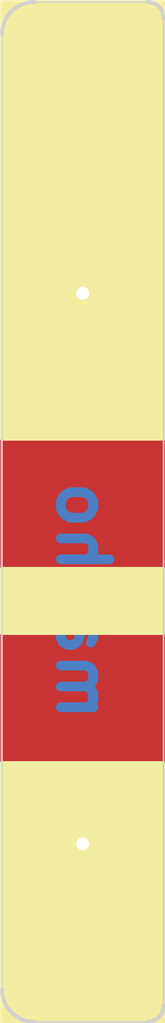
<source format=kicad_pcb>
(kicad_pcb (version 20171130) (host pcbnew "(5.1.5)-2")

  (general
    (thickness 1.6)
    (drawings 20)
    (tracks 6)
    (zones 0)
    (modules 0)
    (nets 1)
  )

  (page A4)
  (layers
    (0 F.Cu signal)
    (31 B.Cu signal)
    (32 B.Adhes user)
    (33 F.Adhes user)
    (34 B.Paste user)
    (35 F.Paste user)
    (36 B.SilkS user)
    (37 F.SilkS user)
    (38 B.Mask user)
    (39 F.Mask user)
    (40 Dwgs.User user)
    (41 Cmts.User user)
    (42 Eco1.User user)
    (43 Eco2.User user)
    (44 Edge.Cuts user)
    (45 Margin user)
    (46 B.CrtYd user)
    (47 F.CrtYd user)
    (48 B.Fab user)
    (49 F.Fab user)
  )

  (setup
    (last_trace_width 0.25)
    (trace_clearance 0.2)
    (zone_clearance 0.508)
    (zone_45_only no)
    (trace_min 0.2)
    (via_size 0.8)
    (via_drill 0.4)
    (via_min_size 0.4)
    (via_min_drill 0.3)
    (uvia_size 0.3)
    (uvia_drill 0.1)
    (uvias_allowed no)
    (uvia_min_size 0.2)
    (uvia_min_drill 0.1)
    (edge_width 0.05)
    (segment_width 0.2)
    (pcb_text_width 0.3)
    (pcb_text_size 1.5 1.5)
    (mod_edge_width 0.12)
    (mod_text_size 1 1)
    (mod_text_width 0.15)
    (pad_size 1.524 1.524)
    (pad_drill 0.762)
    (pad_to_mask_clearance 0.051)
    (solder_mask_min_width 0.25)
    (aux_axis_origin 0 0)
    (visible_elements 7FFFFFFF)
    (pcbplotparams
      (layerselection 0x010f0_ffffffff)
      (usegerberextensions true)
      (usegerberattributes false)
      (usegerberadvancedattributes false)
      (creategerberjobfile false)
      (excludeedgelayer true)
      (linewidth 0.150000)
      (plotframeref false)
      (viasonmask false)
      (mode 1)
      (useauxorigin false)
      (hpglpennumber 1)
      (hpglpenspeed 20)
      (hpglpendiameter 15.000000)
      (psnegative false)
      (psa4output false)
      (plotreference true)
      (plotvalue true)
      (plotinvisibletext false)
      (padsonsilk false)
      (subtractmaskfromsilk false)
      (outputformat 1)
      (mirror false)
      (drillshape 0)
      (scaleselection 1)
      (outputdirectory "gerbers/"))
  )

  (net 0 "")

  (net_class Default "This is the default net class."
    (clearance 0.2)
    (trace_width 0.25)
    (via_dia 0.8)
    (via_drill 0.4)
    (uvia_dia 0.3)
    (uvia_drill 0.1)
  )

  (gr_poly (pts (xy -6 13.5) (xy -1 13.5) (xy -1 17.5) (xy -6 17.5)) (layer F.Mask) (width 0.1) (tstamp 5E1C0EDF))
  (gr_poly (pts (xy -5 28) (xy -2 28) (xy -2 30.5) (xy -5 30.5)) (layer B.Cu) (width 0.1) (tstamp 5E1C0EDE))
  (gr_line (start -1.5 31.5) (end -5 31.5) (layer Edge.Cuts) (width 0.05) (tstamp 5E1C0EDD))
  (gr_line (start -6 30.5) (end -6 1) (layer Edge.Cuts) (width 0.05) (tstamp 5E1C0EDC))
  (gr_poly (pts (xy -6 13.5) (xy -1 13.5) (xy -1 17.5) (xy -6 17.5)) (layer F.Cu) (width 0.1) (tstamp 5E1C0EDB))
  (gr_poly (pts (xy -6 19.5) (xy -1 19.5) (xy -1 23.5) (xy -6 23.5)) (layer F.Mask) (width 0.1) (tstamp 5E1C0EDA))
  (gr_poly (pts (xy -6 19.5) (xy -1 19.5) (xy -1 23.5) (xy -6 23.5)) (layer F.Cu) (width 0.1) (tstamp 5E1C0ED9))
  (gr_line (start -1.5 0) (end -5 0) (layer Edge.Cuts) (width 0.05) (tstamp 5E1C0ED8))
  (gr_line (start -1 31) (end -1 0.5) (layer Edge.Cuts) (width 0.05) (tstamp 5E1C0ED7))
  (gr_poly (pts (xy -6 23.5) (xy -1 23.5) (xy -1 31.5) (xy -6 31.5)) (layer F.SilkS) (width 0.1) (tstamp 5E1C0ED6))
  (gr_poly (pts (xy -6 0) (xy -1 0) (xy -1 13.5) (xy -6 13.5)) (layer F.SilkS) (width 0.1) (tstamp 5E1C0ED5))
  (gr_arc (start -5 1) (end -5 0) (angle -90) (layer Edge.Cuts) (width 0.12) (tstamp 5E1C0ED4))
  (gr_poly (pts (xy -6 17.5) (xy -1 17.5) (xy -1 19.5) (xy -6 19.5)) (layer F.SilkS) (width 0.1) (tstamp 5E1C0ED3))
  (gr_poly (pts (xy -5 1) (xy -2 1) (xy -2 3.5) (xy -5 3.5)) (layer B.Cu) (width 0.1) (tstamp 5E1C0ED2))
  (gr_poly (pts (xy -5 28) (xy -2 28) (xy -2 30.5) (xy -5 30.5)) (layer B.Mask) (width 0.1) (tstamp 5E1C0ED1))
  (gr_poly (pts (xy -5 1) (xy -2 1) (xy -2 3.5) (xy -5 3.5)) (layer B.Mask) (width 0.1) (tstamp 5E1C0ED0))
  (gr_text "+ makho -" (at -3.5 18.5 270) (layer B.Cu) (tstamp 5E1C0ECF)
    (effects (font (size 1.5 1.5) (thickness 0.3)) (justify mirror))
  )
  (gr_arc (start -1.5 0.5) (end -1 0.5) (angle -90) (layer Edge.Cuts) (width 0.12) (tstamp 5E1C0ECE))
  (gr_arc (start -5 30.5) (end -6 30.5) (angle -90) (layer Edge.Cuts) (width 0.12) (tstamp 5E1C0ECD))
  (gr_arc (start -1.5 31) (end -1.5 31.5) (angle -90) (layer Edge.Cuts) (width 0.12) (tstamp 5E1C0ECC))

  (via (at -3.5 26) (size 0.8) (drill 0.4) (layers F.Cu B.Cu) (net 0) (tstamp 5E1C0EE0))
  (via (at -3.5 9) (size 0.8) (drill 0.4) (layers F.Cu B.Cu) (net 0) (tstamp 5E1C0EE1))
  (segment (start -3.5 29.5) (end -3.5 26) (width 0.25) (layer B.Cu) (net 0) (tstamp 5E1C0EE2))
  (segment (start -3.5 15.5) (end -3.5 9) (width 0.25) (layer F.Cu) (net 0) (tstamp 5E1C0EE3))
  (segment (start -3.5 26) (end -3.5 21.5) (width 0.25) (layer F.Cu) (net 0) (tstamp 5E1C0EE4))
  (segment (start -3.5 2) (end -3.5 9) (width 0.25) (layer B.Cu) (net 0) (tstamp 5E1C0EE5))

)

</source>
